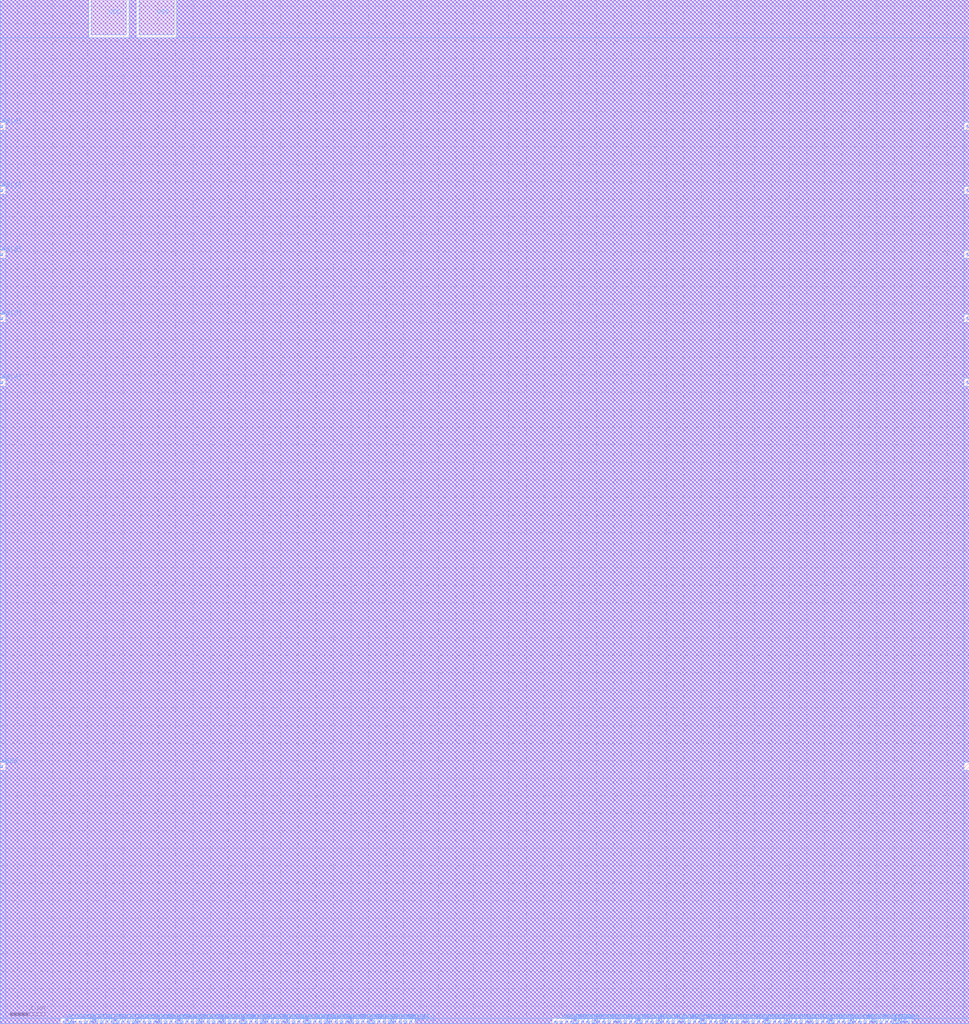
<source format=lef>
VERSION 5.5 ;
NAMESCASESENSITIVE ON ;
BUSBITCHARS "[]" ;
DIVIDERCHAR "/" ;

MACRO sram8t25x64
  CLASS BLOCK ;
  SOURCE USER ;
  ORIGIN 0 0 ;
  SIZE 55.264 BY 58.368 ;
  SYMMETRY X Y R90 ;

  PIN CE1
    DIRECTION INPUT ;
    USE SIGNAL ;
    PORT
      LAYER M2 ;
        RECT 51.680 0.000 51.832 0.152 ;
    END
    PORT
      LAYER M3 ;
        RECT 51.680 0.000 51.832 0.152 ;
    END
    PORT
      LAYER M4 ;
        RECT 51.680 0.000 51.832 0.152 ;
    END
    PORT
      LAYER M5 ;
        RECT 51.680 0.000 51.832 0.152 ;
    END
  END CE1

  PIN CSB1
    DIRECTION INPUT ;
    USE SIGNAL ;
    PORT
      LAYER M2 ;
        RECT 51.376 0.000 51.528 0.152 ;
    END
    PORT
      LAYER M3 ;
        RECT 51.376 0.000 51.528 0.152 ;
    END
    PORT
      LAYER M4 ;
        RECT 51.376 0.000 51.528 0.152 ;
    END
    PORT
      LAYER M5 ;
        RECT 51.376 0.000 51.528 0.152 ;
    END
  END CSB1

  PIN OEB1
    DIRECTION INPUT ;
    USE SIGNAL ;
    PORT
      LAYER M2 ;
        RECT 51.072 0.000 51.224 0.152 ;
    END
    PORT
      LAYER M3 ;
        RECT 51.072 0.000 51.224 0.152 ;
    END
    PORT
      LAYER M4 ;
        RECT 51.072 0.000 51.224 0.152 ;
    END
    PORT
      LAYER M5 ;
        RECT 51.072 0.000 51.224 0.152 ;
    END
  END OEB1

  PIN O1[3]
    DIRECTION OUTPUT ;
    USE SIGNAL ;
    PORT
      LAYER M2 ;
        RECT 50.768 0.000 50.920 0.152 ;
    END
    PORT
      LAYER M3 ;
        RECT 50.768 0.000 50.920 0.152 ;
    END
    PORT
      LAYER M4 ;
        RECT 50.768 0.000 50.920 0.152 ;
    END
    PORT
      LAYER M5 ;
        RECT 50.768 0.000 50.920 0.152 ;
    END
  END O1[3]

  PIN O1[2]
    DIRECTION OUTPUT ;
    USE SIGNAL ;
    PORT
      LAYER M2 ;
        RECT 50.464 0.000 50.616 0.152 ;
    END
    PORT
      LAYER M3 ;
        RECT 50.464 0.000 50.616 0.152 ;
    END
    PORT
      LAYER M4 ;
        RECT 50.464 0.000 50.616 0.152 ;
    END
    PORT
      LAYER M5 ;
        RECT 50.464 0.000 50.616 0.152 ;
    END
  END O1[2]

  PIN O1[1]
    DIRECTION OUTPUT ;
    USE SIGNAL ;
    PORT
      LAYER M2 ;
        RECT 50.160 0.000 50.312 0.152 ;
    END
    PORT
      LAYER M3 ;
        RECT 50.160 0.000 50.312 0.152 ;
    END
    PORT
      LAYER M4 ;
        RECT 50.160 0.000 50.312 0.152 ;
    END
    PORT
      LAYER M5 ;
        RECT 50.160 0.000 50.312 0.152 ;
    END
  END O1[1]

  PIN O1[0]
    DIRECTION OUTPUT ;
    USE SIGNAL ;
    PORT
      LAYER M2 ;
        RECT 49.856 0.000 50.008 0.152 ;
    END
    PORT
      LAYER M3 ;
        RECT 49.856 0.000 50.008 0.152 ;
    END
    PORT
      LAYER M4 ;
        RECT 49.856 0.000 50.008 0.152 ;
    END
    PORT
      LAYER M5 ;
        RECT 49.856 0.000 50.008 0.152 ;
    END
  END O1[0]

  PIN O1[7]
    DIRECTION OUTPUT ;
    USE SIGNAL ;
    PORT
      LAYER M2 ;
        RECT 49.552 0.000 49.704 0.152 ;
    END
    PORT
      LAYER M3 ;
        RECT 49.552 0.000 49.704 0.152 ;
    END
    PORT
      LAYER M4 ;
        RECT 49.552 0.000 49.704 0.152 ;
    END
    PORT
      LAYER M5 ;
        RECT 49.552 0.000 49.704 0.152 ;
    END
  END O1[7]

  PIN O1[6]
    DIRECTION OUTPUT ;
    USE SIGNAL ;
    PORT
      LAYER M2 ;
        RECT 49.248 0.000 49.400 0.152 ;
    END
    PORT
      LAYER M3 ;
        RECT 49.248 0.000 49.400 0.152 ;
    END
    PORT
      LAYER M4 ;
        RECT 49.248 0.000 49.400 0.152 ;
    END
    PORT
      LAYER M5 ;
        RECT 49.248 0.000 49.400 0.152 ;
    END
  END O1[6]

  PIN O1[5]
    DIRECTION OUTPUT ;
    USE SIGNAL ;
    PORT
      LAYER M2 ;
        RECT 48.944 0.000 49.096 0.152 ;
    END
    PORT
      LAYER M3 ;
        RECT 48.944 0.000 49.096 0.152 ;
    END
    PORT
      LAYER M4 ;
        RECT 48.944 0.000 49.096 0.152 ;
    END
    PORT
      LAYER M5 ;
        RECT 48.944 0.000 49.096 0.152 ;
    END
  END O1[5]

  PIN O1[4]
    DIRECTION OUTPUT ;
    USE SIGNAL ;
    PORT
      LAYER M2 ;
        RECT 48.640 0.000 48.792 0.152 ;
    END
    PORT
      LAYER M3 ;
        RECT 48.640 0.000 48.792 0.152 ;
    END
    PORT
      LAYER M4 ;
        RECT 48.640 0.000 48.792 0.152 ;
    END
    PORT
      LAYER M5 ;
        RECT 48.640 0.000 48.792 0.152 ;
    END
  END O1[4]

  PIN O1[11]
    DIRECTION OUTPUT ;
    USE SIGNAL ;
    PORT
      LAYER M2 ;
        RECT 48.336 0.000 48.488 0.152 ;
    END
    PORT
      LAYER M3 ;
        RECT 48.336 0.000 48.488 0.152 ;
    END
    PORT
      LAYER M4 ;
        RECT 48.336 0.000 48.488 0.152 ;
    END
    PORT
      LAYER M5 ;
        RECT 48.336 0.000 48.488 0.152 ;
    END
  END O1[11]

  PIN O1[10]
    DIRECTION OUTPUT ;
    USE SIGNAL ;
    PORT
      LAYER M2 ;
        RECT 48.032 0.000 48.184 0.152 ;
    END
    PORT
      LAYER M3 ;
        RECT 48.032 0.000 48.184 0.152 ;
    END
    PORT
      LAYER M4 ;
        RECT 48.032 0.000 48.184 0.152 ;
    END
    PORT
      LAYER M5 ;
        RECT 48.032 0.000 48.184 0.152 ;
    END
  END O1[10]

  PIN O1[9]
    DIRECTION OUTPUT ;
    USE SIGNAL ;
    PORT
      LAYER M2 ;
        RECT 47.728 0.000 47.880 0.152 ;
    END
    PORT
      LAYER M3 ;
        RECT 47.728 0.000 47.880 0.152 ;
    END
    PORT
      LAYER M4 ;
        RECT 47.728 0.000 47.880 0.152 ;
    END
    PORT
      LAYER M5 ;
        RECT 47.728 0.000 47.880 0.152 ;
    END
  END O1[9]

  PIN O1[8]
    DIRECTION OUTPUT ;
    USE SIGNAL ;
    PORT
      LAYER M2 ;
        RECT 47.424 0.000 47.576 0.152 ;
    END
    PORT
      LAYER M3 ;
        RECT 47.424 0.000 47.576 0.152 ;
    END
    PORT
      LAYER M4 ;
        RECT 47.424 0.000 47.576 0.152 ;
    END
    PORT
      LAYER M5 ;
        RECT 47.424 0.000 47.576 0.152 ;
    END
  END O1[8]

  PIN O1[15]
    DIRECTION OUTPUT ;
    USE SIGNAL ;
    PORT
      LAYER M2 ;
        RECT 47.120 0.000 47.272 0.152 ;
    END
    PORT
      LAYER M3 ;
        RECT 47.120 0.000 47.272 0.152 ;
    END
    PORT
      LAYER M4 ;
        RECT 47.120 0.000 47.272 0.152 ;
    END
    PORT
      LAYER M5 ;
        RECT 47.120 0.000 47.272 0.152 ;
    END
  END O1[15]

  PIN O1[14]
    DIRECTION OUTPUT ;
    USE SIGNAL ;
    PORT
      LAYER M2 ;
        RECT 46.816 0.000 46.968 0.152 ;
    END
    PORT
      LAYER M3 ;
        RECT 46.816 0.000 46.968 0.152 ;
    END
    PORT
      LAYER M4 ;
        RECT 46.816 0.000 46.968 0.152 ;
    END
    PORT
      LAYER M5 ;
        RECT 46.816 0.000 46.968 0.152 ;
    END
  END O1[14]

  PIN O1[13]
    DIRECTION OUTPUT ;
    USE SIGNAL ;
    PORT
      LAYER M2 ;
        RECT 46.512 0.000 46.664 0.152 ;
    END
    PORT
      LAYER M3 ;
        RECT 46.512 0.000 46.664 0.152 ;
    END
    PORT
      LAYER M4 ;
        RECT 46.512 0.000 46.664 0.152 ;
    END
    PORT
      LAYER M5 ;
        RECT 46.512 0.000 46.664 0.152 ;
    END
  END O1[13]

  PIN O1[12]
    DIRECTION OUTPUT ;
    USE SIGNAL ;
    PORT
      LAYER M2 ;
        RECT 46.208 0.000 46.360 0.152 ;
    END
    PORT
      LAYER M3 ;
        RECT 46.208 0.000 46.360 0.152 ;
    END
    PORT
      LAYER M4 ;
        RECT 46.208 0.000 46.360 0.152 ;
    END
    PORT
      LAYER M5 ;
        RECT 46.208 0.000 46.360 0.152 ;
    END
  END O1[12]

  PIN O1[19]
    DIRECTION OUTPUT ;
    USE SIGNAL ;
    PORT
      LAYER M2 ;
        RECT 45.904 0.000 46.056 0.152 ;
    END
    PORT
      LAYER M3 ;
        RECT 45.904 0.000 46.056 0.152 ;
    END
    PORT
      LAYER M4 ;
        RECT 45.904 0.000 46.056 0.152 ;
    END
    PORT
      LAYER M5 ;
        RECT 45.904 0.000 46.056 0.152 ;
    END
  END O1[19]

  PIN O1[18]
    DIRECTION OUTPUT ;
    USE SIGNAL ;
    PORT
      LAYER M2 ;
        RECT 45.600 0.000 45.752 0.152 ;
    END
    PORT
      LAYER M3 ;
        RECT 45.600 0.000 45.752 0.152 ;
    END
    PORT
      LAYER M4 ;
        RECT 45.600 0.000 45.752 0.152 ;
    END
    PORT
      LAYER M5 ;
        RECT 45.600 0.000 45.752 0.152 ;
    END
  END O1[18]

  PIN O1[17]
    DIRECTION OUTPUT ;
    USE SIGNAL ;
    PORT
      LAYER M2 ;
        RECT 45.296 0.000 45.448 0.152 ;
    END
    PORT
      LAYER M3 ;
        RECT 45.296 0.000 45.448 0.152 ;
    END
    PORT
      LAYER M4 ;
        RECT 45.296 0.000 45.448 0.152 ;
    END
    PORT
      LAYER M5 ;
        RECT 45.296 0.000 45.448 0.152 ;
    END
  END O1[17]

  PIN O1[16]
    DIRECTION OUTPUT ;
    USE SIGNAL ;
    PORT
      LAYER M2 ;
        RECT 44.992 0.000 45.144 0.152 ;
    END
    PORT
      LAYER M3 ;
        RECT 44.992 0.000 45.144 0.152 ;
    END
    PORT
      LAYER M4 ;
        RECT 44.992 0.000 45.144 0.152 ;
    END
    PORT
      LAYER M5 ;
        RECT 44.992 0.000 45.144 0.152 ;
    END
  END O1[16]

  PIN O1[23]
    DIRECTION OUTPUT ;
    USE SIGNAL ;
    PORT
      LAYER M2 ;
        RECT 44.688 0.000 44.840 0.152 ;
    END
    PORT
      LAYER M3 ;
        RECT 44.688 0.000 44.840 0.152 ;
    END
    PORT
      LAYER M4 ;
        RECT 44.688 0.000 44.840 0.152 ;
    END
    PORT
      LAYER M5 ;
        RECT 44.688 0.000 44.840 0.152 ;
    END
  END O1[23]

  PIN O1[22]
    DIRECTION OUTPUT ;
    USE SIGNAL ;
    PORT
      LAYER M2 ;
        RECT 44.384 0.000 44.536 0.152 ;
    END
    PORT
      LAYER M3 ;
        RECT 44.384 0.000 44.536 0.152 ;
    END
    PORT
      LAYER M4 ;
        RECT 44.384 0.000 44.536 0.152 ;
    END
    PORT
      LAYER M5 ;
        RECT 44.384 0.000 44.536 0.152 ;
    END
  END O1[22]

  PIN O1[21]
    DIRECTION OUTPUT ;
    USE SIGNAL ;
    PORT
      LAYER M2 ;
        RECT 44.080 0.000 44.232 0.152 ;
    END
    PORT
      LAYER M3 ;
        RECT 44.080 0.000 44.232 0.152 ;
    END
    PORT
      LAYER M4 ;
        RECT 44.080 0.000 44.232 0.152 ;
    END
    PORT
      LAYER M5 ;
        RECT 44.080 0.000 44.232 0.152 ;
    END
  END O1[21]

  PIN O1[20]
    DIRECTION OUTPUT ;
    USE SIGNAL ;
    PORT
      LAYER M2 ;
        RECT 43.776 0.000 43.928 0.152 ;
    END
    PORT
      LAYER M3 ;
        RECT 43.776 0.000 43.928 0.152 ;
    END
    PORT
      LAYER M4 ;
        RECT 43.776 0.000 43.928 0.152 ;
    END
    PORT
      LAYER M5 ;
        RECT 43.776 0.000 43.928 0.152 ;
    END
  END O1[20]

  PIN O1[27]
    DIRECTION OUTPUT ;
    USE SIGNAL ;
    PORT
      LAYER M2 ;
        RECT 43.472 0.000 43.624 0.152 ;
    END
    PORT
      LAYER M3 ;
        RECT 43.472 0.000 43.624 0.152 ;
    END
    PORT
      LAYER M4 ;
        RECT 43.472 0.000 43.624 0.152 ;
    END
    PORT
      LAYER M5 ;
        RECT 43.472 0.000 43.624 0.152 ;
    END
  END O1[27]

  PIN O1[26]
    DIRECTION OUTPUT ;
    USE SIGNAL ;
    PORT
      LAYER M2 ;
        RECT 43.168 0.000 43.320 0.152 ;
    END
    PORT
      LAYER M3 ;
        RECT 43.168 0.000 43.320 0.152 ;
    END
    PORT
      LAYER M4 ;
        RECT 43.168 0.000 43.320 0.152 ;
    END
    PORT
      LAYER M5 ;
        RECT 43.168 0.000 43.320 0.152 ;
    END
  END O1[26]

  PIN O1[25]
    DIRECTION OUTPUT ;
    USE SIGNAL ;
    PORT
      LAYER M2 ;
        RECT 42.864 0.000 43.016 0.152 ;
    END
    PORT
      LAYER M3 ;
        RECT 42.864 0.000 43.016 0.152 ;
    END
    PORT
      LAYER M4 ;
        RECT 42.864 0.000 43.016 0.152 ;
    END
    PORT
      LAYER M5 ;
        RECT 42.864 0.000 43.016 0.152 ;
    END
  END O1[25]

  PIN O1[24]
    DIRECTION OUTPUT ;
    USE SIGNAL ;
    PORT
      LAYER M2 ;
        RECT 42.560 0.000 42.712 0.152 ;
    END
    PORT
      LAYER M3 ;
        RECT 42.560 0.000 42.712 0.152 ;
    END
    PORT
      LAYER M4 ;
        RECT 42.560 0.000 42.712 0.152 ;
    END
    PORT
      LAYER M5 ;
        RECT 42.560 0.000 42.712 0.152 ;
    END
  END O1[24]

  PIN O1[31]
    DIRECTION OUTPUT ;
    USE SIGNAL ;
    PORT
      LAYER M2 ;
        RECT 42.256 0.000 42.408 0.152 ;
    END
    PORT
      LAYER M3 ;
        RECT 42.256 0.000 42.408 0.152 ;
    END
    PORT
      LAYER M4 ;
        RECT 42.256 0.000 42.408 0.152 ;
    END
    PORT
      LAYER M5 ;
        RECT 42.256 0.000 42.408 0.152 ;
    END
  END O1[31]

  PIN O1[30]
    DIRECTION OUTPUT ;
    USE SIGNAL ;
    PORT
      LAYER M2 ;
        RECT 41.952 0.000 42.104 0.152 ;
    END
    PORT
      LAYER M3 ;
        RECT 41.952 0.000 42.104 0.152 ;
    END
    PORT
      LAYER M4 ;
        RECT 41.952 0.000 42.104 0.152 ;
    END
    PORT
      LAYER M5 ;
        RECT 41.952 0.000 42.104 0.152 ;
    END
  END O1[30]

  PIN O1[29]
    DIRECTION OUTPUT ;
    USE SIGNAL ;
    PORT
      LAYER M2 ;
        RECT 41.648 0.000 41.800 0.152 ;
    END
    PORT
      LAYER M3 ;
        RECT 41.648 0.000 41.800 0.152 ;
    END
    PORT
      LAYER M4 ;
        RECT 41.648 0.000 41.800 0.152 ;
    END
    PORT
      LAYER M5 ;
        RECT 41.648 0.000 41.800 0.152 ;
    END
  END O1[29]

  PIN O1[28]
    DIRECTION OUTPUT ;
    USE SIGNAL ;
    PORT
      LAYER M2 ;
        RECT 41.344 0.000 41.496 0.152 ;
    END
    PORT
      LAYER M3 ;
        RECT 41.344 0.000 41.496 0.152 ;
    END
    PORT
      LAYER M4 ;
        RECT 41.344 0.000 41.496 0.152 ;
    END
    PORT
      LAYER M5 ;
        RECT 41.344 0.000 41.496 0.152 ;
    END
  END O1[28]

  PIN O1[35]
    DIRECTION OUTPUT ;
    USE SIGNAL ;
    PORT
      LAYER M2 ;
        RECT 41.040 0.000 41.192 0.152 ;
    END
    PORT
      LAYER M3 ;
        RECT 41.040 0.000 41.192 0.152 ;
    END
    PORT
      LAYER M4 ;
        RECT 41.040 0.000 41.192 0.152 ;
    END
    PORT
      LAYER M5 ;
        RECT 41.040 0.000 41.192 0.152 ;
    END
  END O1[35]

  PIN O1[34]
    DIRECTION OUTPUT ;
    USE SIGNAL ;
    PORT
      LAYER M2 ;
        RECT 40.736 0.000 40.888 0.152 ;
    END
    PORT
      LAYER M3 ;
        RECT 40.736 0.000 40.888 0.152 ;
    END
    PORT
      LAYER M4 ;
        RECT 40.736 0.000 40.888 0.152 ;
    END
    PORT
      LAYER M5 ;
        RECT 40.736 0.000 40.888 0.152 ;
    END
  END O1[34]

  PIN O1[33]
    DIRECTION OUTPUT ;
    USE SIGNAL ;
    PORT
      LAYER M2 ;
        RECT 40.432 0.000 40.584 0.152 ;
    END
    PORT
      LAYER M3 ;
        RECT 40.432 0.000 40.584 0.152 ;
    END
    PORT
      LAYER M4 ;
        RECT 40.432 0.000 40.584 0.152 ;
    END
    PORT
      LAYER M5 ;
        RECT 40.432 0.000 40.584 0.152 ;
    END
  END O1[33]

  PIN O1[32]
    DIRECTION OUTPUT ;
    USE SIGNAL ;
    PORT
      LAYER M2 ;
        RECT 40.128 0.000 40.280 0.152 ;
    END
    PORT
      LAYER M3 ;
        RECT 40.128 0.000 40.280 0.152 ;
    END
    PORT
      LAYER M4 ;
        RECT 40.128 0.000 40.280 0.152 ;
    END
    PORT
      LAYER M5 ;
        RECT 40.128 0.000 40.280 0.152 ;
    END
  END O1[32]

  PIN O1[39]
    DIRECTION OUTPUT ;
    USE SIGNAL ;
    PORT
      LAYER M2 ;
        RECT 39.824 0.000 39.976 0.152 ;
    END
    PORT
      LAYER M3 ;
        RECT 39.824 0.000 39.976 0.152 ;
    END
    PORT
      LAYER M4 ;
        RECT 39.824 0.000 39.976 0.152 ;
    END
    PORT
      LAYER M5 ;
        RECT 39.824 0.000 39.976 0.152 ;
    END
  END O1[39]

  PIN O1[38]
    DIRECTION OUTPUT ;
    USE SIGNAL ;
    PORT
      LAYER M2 ;
        RECT 39.520 0.000 39.672 0.152 ;
    END
    PORT
      LAYER M3 ;
        RECT 39.520 0.000 39.672 0.152 ;
    END
    PORT
      LAYER M4 ;
        RECT 39.520 0.000 39.672 0.152 ;
    END
    PORT
      LAYER M5 ;
        RECT 39.520 0.000 39.672 0.152 ;
    END
  END O1[38]

  PIN O1[37]
    DIRECTION OUTPUT ;
    USE SIGNAL ;
    PORT
      LAYER M2 ;
        RECT 39.216 0.000 39.368 0.152 ;
    END
    PORT
      LAYER M3 ;
        RECT 39.216 0.000 39.368 0.152 ;
    END
    PORT
      LAYER M4 ;
        RECT 39.216 0.000 39.368 0.152 ;
    END
    PORT
      LAYER M5 ;
        RECT 39.216 0.000 39.368 0.152 ;
    END
  END O1[37]

  PIN O1[36]
    DIRECTION OUTPUT ;
    USE SIGNAL ;
    PORT
      LAYER M2 ;
        RECT 38.912 0.000 39.064 0.152 ;
    END
    PORT
      LAYER M3 ;
        RECT 38.912 0.000 39.064 0.152 ;
    END
    PORT
      LAYER M4 ;
        RECT 38.912 0.000 39.064 0.152 ;
    END
    PORT
      LAYER M5 ;
        RECT 38.912 0.000 39.064 0.152 ;
    END
  END O1[36]

  PIN O1[43]
    DIRECTION OUTPUT ;
    USE SIGNAL ;
    PORT
      LAYER M2 ;
        RECT 38.608 0.000 38.760 0.152 ;
    END
    PORT
      LAYER M3 ;
        RECT 38.608 0.000 38.760 0.152 ;
    END
    PORT
      LAYER M4 ;
        RECT 38.608 0.000 38.760 0.152 ;
    END
    PORT
      LAYER M5 ;
        RECT 38.608 0.000 38.760 0.152 ;
    END
  END O1[43]

  PIN O1[42]
    DIRECTION OUTPUT ;
    USE SIGNAL ;
    PORT
      LAYER M2 ;
        RECT 38.304 0.000 38.456 0.152 ;
    END
    PORT
      LAYER M3 ;
        RECT 38.304 0.000 38.456 0.152 ;
    END
    PORT
      LAYER M4 ;
        RECT 38.304 0.000 38.456 0.152 ;
    END
    PORT
      LAYER M5 ;
        RECT 38.304 0.000 38.456 0.152 ;
    END
  END O1[42]

  PIN O1[41]
    DIRECTION OUTPUT ;
    USE SIGNAL ;
    PORT
      LAYER M2 ;
        RECT 38.000 0.000 38.152 0.152 ;
    END
    PORT
      LAYER M3 ;
        RECT 38.000 0.000 38.152 0.152 ;
    END
    PORT
      LAYER M4 ;
        RECT 38.000 0.000 38.152 0.152 ;
    END
    PORT
      LAYER M5 ;
        RECT 38.000 0.000 38.152 0.152 ;
    END
  END O1[41]

  PIN O1[40]
    DIRECTION OUTPUT ;
    USE SIGNAL ;
    PORT
      LAYER M2 ;
        RECT 37.696 0.000 37.848 0.152 ;
    END
    PORT
      LAYER M3 ;
        RECT 37.696 0.000 37.848 0.152 ;
    END
    PORT
      LAYER M4 ;
        RECT 37.696 0.000 37.848 0.152 ;
    END
    PORT
      LAYER M5 ;
        RECT 37.696 0.000 37.848 0.152 ;
    END
  END O1[40]

  PIN O1[47]
    DIRECTION OUTPUT ;
    USE SIGNAL ;
    PORT
      LAYER M2 ;
        RECT 37.392 0.000 37.544 0.152 ;
    END
    PORT
      LAYER M3 ;
        RECT 37.392 0.000 37.544 0.152 ;
    END
    PORT
      LAYER M4 ;
        RECT 37.392 0.000 37.544 0.152 ;
    END
    PORT
      LAYER M5 ;
        RECT 37.392 0.000 37.544 0.152 ;
    END
  END O1[47]

  PIN O1[46]
    DIRECTION OUTPUT ;
    USE SIGNAL ;
    PORT
      LAYER M2 ;
        RECT 37.088 0.000 37.240 0.152 ;
    END
    PORT
      LAYER M3 ;
        RECT 37.088 0.000 37.240 0.152 ;
    END
    PORT
      LAYER M4 ;
        RECT 37.088 0.000 37.240 0.152 ;
    END
    PORT
      LAYER M5 ;
        RECT 37.088 0.000 37.240 0.152 ;
    END
  END O1[46]

  PIN O1[45]
    DIRECTION OUTPUT ;
    USE SIGNAL ;
    PORT
      LAYER M2 ;
        RECT 36.784 0.000 36.936 0.152 ;
    END
    PORT
      LAYER M3 ;
        RECT 36.784 0.000 36.936 0.152 ;
    END
    PORT
      LAYER M4 ;
        RECT 36.784 0.000 36.936 0.152 ;
    END
    PORT
      LAYER M5 ;
        RECT 36.784 0.000 36.936 0.152 ;
    END
  END O1[45]

  PIN O1[44]
    DIRECTION OUTPUT ;
    USE SIGNAL ;
    PORT
      LAYER M2 ;
        RECT 36.480 0.000 36.632 0.152 ;
    END
    PORT
      LAYER M3 ;
        RECT 36.480 0.000 36.632 0.152 ;
    END
    PORT
      LAYER M4 ;
        RECT 36.480 0.000 36.632 0.152 ;
    END
    PORT
      LAYER M5 ;
        RECT 36.480 0.000 36.632 0.152 ;
    END
  END O1[44]

  PIN O1[51]
    DIRECTION OUTPUT ;
    USE SIGNAL ;
    PORT
      LAYER M2 ;
        RECT 36.176 0.000 36.328 0.152 ;
    END
    PORT
      LAYER M3 ;
        RECT 36.176 0.000 36.328 0.152 ;
    END
    PORT
      LAYER M4 ;
        RECT 36.176 0.000 36.328 0.152 ;
    END
    PORT
      LAYER M5 ;
        RECT 36.176 0.000 36.328 0.152 ;
    END
  END O1[51]

  PIN O1[50]
    DIRECTION OUTPUT ;
    USE SIGNAL ;
    PORT
      LAYER M2 ;
        RECT 35.872 0.000 36.024 0.152 ;
    END
    PORT
      LAYER M3 ;
        RECT 35.872 0.000 36.024 0.152 ;
    END
    PORT
      LAYER M4 ;
        RECT 35.872 0.000 36.024 0.152 ;
    END
    PORT
      LAYER M5 ;
        RECT 35.872 0.000 36.024 0.152 ;
    END
  END O1[50]

  PIN O1[49]
    DIRECTION OUTPUT ;
    USE SIGNAL ;
    PORT
      LAYER M2 ;
        RECT 35.568 0.000 35.720 0.152 ;
    END
    PORT
      LAYER M3 ;
        RECT 35.568 0.000 35.720 0.152 ;
    END
    PORT
      LAYER M4 ;
        RECT 35.568 0.000 35.720 0.152 ;
    END
    PORT
      LAYER M5 ;
        RECT 35.568 0.000 35.720 0.152 ;
    END
  END O1[49]

  PIN O1[48]
    DIRECTION OUTPUT ;
    USE SIGNAL ;
    PORT
      LAYER M2 ;
        RECT 35.264 0.000 35.416 0.152 ;
    END
    PORT
      LAYER M3 ;
        RECT 35.264 0.000 35.416 0.152 ;
    END
    PORT
      LAYER M4 ;
        RECT 35.264 0.000 35.416 0.152 ;
    END
    PORT
      LAYER M5 ;
        RECT 35.264 0.000 35.416 0.152 ;
    END
  END O1[48]

  PIN O1[55]
    DIRECTION OUTPUT ;
    USE SIGNAL ;
    PORT
      LAYER M2 ;
        RECT 34.960 0.000 35.112 0.152 ;
    END
    PORT
      LAYER M3 ;
        RECT 34.960 0.000 35.112 0.152 ;
    END
    PORT
      LAYER M4 ;
        RECT 34.960 0.000 35.112 0.152 ;
    END
    PORT
      LAYER M5 ;
        RECT 34.960 0.000 35.112 0.152 ;
    END
  END O1[55]

  PIN O1[54]
    DIRECTION OUTPUT ;
    USE SIGNAL ;
    PORT
      LAYER M2 ;
        RECT 34.656 0.000 34.808 0.152 ;
    END
    PORT
      LAYER M3 ;
        RECT 34.656 0.000 34.808 0.152 ;
    END
    PORT
      LAYER M4 ;
        RECT 34.656 0.000 34.808 0.152 ;
    END
    PORT
      LAYER M5 ;
        RECT 34.656 0.000 34.808 0.152 ;
    END
  END O1[54]

  PIN O1[53]
    DIRECTION OUTPUT ;
    USE SIGNAL ;
    PORT
      LAYER M2 ;
        RECT 34.352 0.000 34.504 0.152 ;
    END
    PORT
      LAYER M3 ;
        RECT 34.352 0.000 34.504 0.152 ;
    END
    PORT
      LAYER M4 ;
        RECT 34.352 0.000 34.504 0.152 ;
    END
    PORT
      LAYER M5 ;
        RECT 34.352 0.000 34.504 0.152 ;
    END
  END O1[53]

  PIN O1[52]
    DIRECTION OUTPUT ;
    USE SIGNAL ;
    PORT
      LAYER M2 ;
        RECT 34.048 0.000 34.200 0.152 ;
    END
    PORT
      LAYER M3 ;
        RECT 34.048 0.000 34.200 0.152 ;
    END
    PORT
      LAYER M4 ;
        RECT 34.048 0.000 34.200 0.152 ;
    END
    PORT
      LAYER M5 ;
        RECT 34.048 0.000 34.200 0.152 ;
    END
  END O1[52]

  PIN O1[59]
    DIRECTION OUTPUT ;
    USE SIGNAL ;
    PORT
      LAYER M2 ;
        RECT 33.744 0.000 33.896 0.152 ;
    END
    PORT
      LAYER M3 ;
        RECT 33.744 0.000 33.896 0.152 ;
    END
    PORT
      LAYER M4 ;
        RECT 33.744 0.000 33.896 0.152 ;
    END
    PORT
      LAYER M5 ;
        RECT 33.744 0.000 33.896 0.152 ;
    END
  END O1[59]

  PIN O1[58]
    DIRECTION OUTPUT ;
    USE SIGNAL ;
    PORT
      LAYER M2 ;
        RECT 33.440 0.000 33.592 0.152 ;
    END
    PORT
      LAYER M3 ;
        RECT 33.440 0.000 33.592 0.152 ;
    END
    PORT
      LAYER M4 ;
        RECT 33.440 0.000 33.592 0.152 ;
    END
    PORT
      LAYER M5 ;
        RECT 33.440 0.000 33.592 0.152 ;
    END
  END O1[58]

  PIN O1[57]
    DIRECTION OUTPUT ;
    USE SIGNAL ;
    PORT
      LAYER M2 ;
        RECT 33.136 0.000 33.288 0.152 ;
    END
    PORT
      LAYER M3 ;
        RECT 33.136 0.000 33.288 0.152 ;
    END
    PORT
      LAYER M4 ;
        RECT 33.136 0.000 33.288 0.152 ;
    END
    PORT
      LAYER M5 ;
        RECT 33.136 0.000 33.288 0.152 ;
    END
  END O1[57]

  PIN O1[56]
    DIRECTION OUTPUT ;
    USE SIGNAL ;
    PORT
      LAYER M2 ;
        RECT 32.832 0.000 32.984 0.152 ;
    END
    PORT
      LAYER M3 ;
        RECT 32.832 0.000 32.984 0.152 ;
    END
    PORT
      LAYER M4 ;
        RECT 32.832 0.000 32.984 0.152 ;
    END
    PORT
      LAYER M5 ;
        RECT 32.832 0.000 32.984 0.152 ;
    END
  END O1[56]

  PIN O1[63]
    DIRECTION OUTPUT ;
    USE SIGNAL ;
    PORT
      LAYER M2 ;
        RECT 32.528 0.000 32.680 0.152 ;
    END
    PORT
      LAYER M3 ;
        RECT 32.528 0.000 32.680 0.152 ;
    END
    PORT
      LAYER M4 ;
        RECT 32.528 0.000 32.680 0.152 ;
    END
    PORT
      LAYER M5 ;
        RECT 32.528 0.000 32.680 0.152 ;
    END
  END O1[63]

  PIN O1[62]
    DIRECTION OUTPUT ;
    USE SIGNAL ;
    PORT
      LAYER M2 ;
        RECT 32.224 0.000 32.376 0.152 ;
    END
    PORT
      LAYER M3 ;
        RECT 32.224 0.000 32.376 0.152 ;
    END
    PORT
      LAYER M4 ;
        RECT 32.224 0.000 32.376 0.152 ;
    END
    PORT
      LAYER M5 ;
        RECT 32.224 0.000 32.376 0.152 ;
    END
  END O1[62]

  PIN O1[61]
    DIRECTION OUTPUT ;
    USE SIGNAL ;
    PORT
      LAYER M2 ;
        RECT 31.920 0.000 32.072 0.152 ;
    END
    PORT
      LAYER M3 ;
        RECT 31.920 0.000 32.072 0.152 ;
    END
    PORT
      LAYER M4 ;
        RECT 31.920 0.000 32.072 0.152 ;
    END
    PORT
      LAYER M5 ;
        RECT 31.920 0.000 32.072 0.152 ;
    END
  END O1[61]

  PIN O1[60]
    DIRECTION OUTPUT ;
    USE SIGNAL ;
    PORT
      LAYER M2 ;
        RECT 31.616 0.000 31.768 0.152 ;
    END
    PORT
      LAYER M3 ;
        RECT 31.616 0.000 31.768 0.152 ;
    END
    PORT
      LAYER M4 ;
        RECT 31.616 0.000 31.768 0.152 ;
    END
    PORT
      LAYER M5 ;
        RECT 31.616 0.000 31.768 0.152 ;
    END
  END O1[60]

  PIN A1[0]
    DIRECTION INPUT ;
    USE SIGNAL ;
    PORT
      LAYER M2 ;
        RECT 55.112 51.072 55.264 51.224 ;
    END
    PORT
      LAYER M3 ;
        RECT 55.112 51.072 55.264 51.224 ;
    END
    PORT
      LAYER M4 ;
        RECT 55.112 51.072 55.264 51.224 ;
    END
    PORT
      LAYER M5 ;
        RECT 55.112 51.072 55.264 51.224 ;
    END
  END A1[0]

  PIN A1[1]
    DIRECTION INPUT ;
    USE SIGNAL ;
    PORT
      LAYER M2 ;
        RECT 55.112 47.424 55.264 47.576 ;
    END
    PORT
      LAYER M3 ;
        RECT 55.112 47.424 55.264 47.576 ;
    END
    PORT
      LAYER M4 ;
        RECT 55.112 47.424 55.264 47.576 ;
    END
    PORT
      LAYER M5 ;
        RECT 55.112 47.424 55.264 47.576 ;
    END
  END A1[1]

  PIN A1[2]
    DIRECTION INPUT ;
    USE SIGNAL ;
    PORT
      LAYER M2 ;
        RECT 55.112 43.776 55.264 43.928 ;
    END
    PORT
      LAYER M3 ;
        RECT 55.112 43.776 55.264 43.928 ;
    END
    PORT
      LAYER M4 ;
        RECT 55.112 43.776 55.264 43.928 ;
    END
    PORT
      LAYER M5 ;
        RECT 55.112 43.776 55.264 43.928 ;
    END
  END A1[2]

  PIN A1[3]
    DIRECTION INPUT ;
    USE SIGNAL ;
    PORT
      LAYER M2 ;
        RECT 55.112 40.128 55.264 40.280 ;
    END
    PORT
      LAYER M3 ;
        RECT 55.112 40.128 55.264 40.280 ;
    END
    PORT
      LAYER M4 ;
        RECT 55.112 40.128 55.264 40.280 ;
    END
    PORT
      LAYER M5 ;
        RECT 55.112 40.128 55.264 40.280 ;
    END
  END A1[3]

  PIN A1[4]
    DIRECTION INPUT ;
    USE SIGNAL ;
    PORT
      LAYER M2 ;
        RECT 55.112 36.480 55.264 36.632 ;
    END
    PORT
      LAYER M3 ;
        RECT 55.112 36.480 55.264 36.632 ;
    END
    PORT
      LAYER M4 ;
        RECT 55.112 36.480 55.264 36.632 ;
    END
    PORT
      LAYER M5 ;
        RECT 55.112 36.480 55.264 36.632 ;
    END
  END A1[4]

  PIN CE2
    DIRECTION INPUT ;
    USE SIGNAL ;
    PORT
      LAYER M2 ;
        RECT 3.584 0.000 3.736 0.152 ;
    END
    PORT
      LAYER M3 ;
        RECT 3.584 0.000 3.736 0.152 ;
    END
    PORT
      LAYER M4 ;
        RECT 3.584 0.000 3.736 0.152 ;
    END
    PORT
      LAYER M5 ;
        RECT 3.584 0.000 3.736 0.152 ;
    END
  END CE2

  PIN CSB2
    DIRECTION INPUT ;
    USE SIGNAL ;
    PORT
      LAYER M2 ;
        RECT 3.888 0.000 4.040 0.152 ;
    END
    PORT
      LAYER M3 ;
        RECT 3.888 0.000 4.040 0.152 ;
    END
    PORT
      LAYER M4 ;
        RECT 3.888 0.000 4.040 0.152 ;
    END
    PORT
      LAYER M5 ;
        RECT 3.888 0.000 4.040 0.152 ;
    END
  END CSB2

  PIN I2[0]
    DIRECTION INPUT ;
    USE SIGNAL ;
    PORT
      LAYER M2 ;
        RECT 4.192 0.000 4.344 0.152 ;
    END
    PORT
      LAYER M3 ;
        RECT 4.192 0.000 4.344 0.152 ;
    END
    PORT
      LAYER M4 ;
        RECT 4.192 0.000 4.344 0.152 ;
    END
    PORT
      LAYER M5 ;
        RECT 4.192 0.000 4.344 0.152 ;
    END
  END I2[0]

  PIN I2[1]
    DIRECTION INPUT ;
    USE SIGNAL ;
    PORT
      LAYER M2 ;
        RECT 4.496 0.000 4.648 0.152 ;
    END
    PORT
      LAYER M3 ;
        RECT 4.496 0.000 4.648 0.152 ;
    END
    PORT
      LAYER M4 ;
        RECT 4.496 0.000 4.648 0.152 ;
    END
    PORT
      LAYER M5 ;
        RECT 4.496 0.000 4.648 0.152 ;
    END
  END I2[1]

  PIN I2[2]
    DIRECTION INPUT ;
    USE SIGNAL ;
    PORT
      LAYER M2 ;
        RECT 4.800 0.000 4.952 0.152 ;
    END
    PORT
      LAYER M3 ;
        RECT 4.800 0.000 4.952 0.152 ;
    END
    PORT
      LAYER M4 ;
        RECT 4.800 0.000 4.952 0.152 ;
    END
    PORT
      LAYER M5 ;
        RECT 4.800 0.000 4.952 0.152 ;
    END
  END I2[2]

  PIN I2[3]
    DIRECTION INPUT ;
    USE SIGNAL ;
    PORT
      LAYER M2 ;
        RECT 5.104 0.000 5.256 0.152 ;
    END
    PORT
      LAYER M3 ;
        RECT 5.104 0.000 5.256 0.152 ;
    END
    PORT
      LAYER M4 ;
        RECT 5.104 0.000 5.256 0.152 ;
    END
    PORT
      LAYER M5 ;
        RECT 5.104 0.000 5.256 0.152 ;
    END
  END I2[3]

  PIN I2[4]
    DIRECTION INPUT ;
    USE SIGNAL ;
    PORT
      LAYER M2 ;
        RECT 5.408 0.000 5.560 0.152 ;
    END
    PORT
      LAYER M3 ;
        RECT 5.408 0.000 5.560 0.152 ;
    END
    PORT
      LAYER M4 ;
        RECT 5.408 0.000 5.560 0.152 ;
    END
    PORT
      LAYER M5 ;
        RECT 5.408 0.000 5.560 0.152 ;
    END
  END I2[4]

  PIN I2[5]
    DIRECTION INPUT ;
    USE SIGNAL ;
    PORT
      LAYER M2 ;
        RECT 5.712 0.000 5.864 0.152 ;
    END
    PORT
      LAYER M3 ;
        RECT 5.712 0.000 5.864 0.152 ;
    END
    PORT
      LAYER M4 ;
        RECT 5.712 0.000 5.864 0.152 ;
    END
    PORT
      LAYER M5 ;
        RECT 5.712 0.000 5.864 0.152 ;
    END
  END I2[5]

  PIN I2[6]
    DIRECTION INPUT ;
    USE SIGNAL ;
    PORT
      LAYER M2 ;
        RECT 6.016 0.000 6.168 0.152 ;
    END
    PORT
      LAYER M3 ;
        RECT 6.016 0.000 6.168 0.152 ;
    END
    PORT
      LAYER M4 ;
        RECT 6.016 0.000 6.168 0.152 ;
    END
    PORT
      LAYER M5 ;
        RECT 6.016 0.000 6.168 0.152 ;
    END
  END I2[6]

  PIN I2[7]
    DIRECTION INPUT ;
    USE SIGNAL ;
    PORT
      LAYER M2 ;
        RECT 6.320 0.000 6.472 0.152 ;
    END
    PORT
      LAYER M3 ;
        RECT 6.320 0.000 6.472 0.152 ;
    END
    PORT
      LAYER M4 ;
        RECT 6.320 0.000 6.472 0.152 ;
    END
    PORT
      LAYER M5 ;
        RECT 6.320 0.000 6.472 0.152 ;
    END
  END I2[7]

  PIN I2[8]
    DIRECTION INPUT ;
    USE SIGNAL ;
    PORT
      LAYER M2 ;
        RECT 6.624 0.000 6.776 0.152 ;
    END
    PORT
      LAYER M3 ;
        RECT 6.624 0.000 6.776 0.152 ;
    END
    PORT
      LAYER M4 ;
        RECT 6.624 0.000 6.776 0.152 ;
    END
    PORT
      LAYER M5 ;
        RECT 6.624 0.000 6.776 0.152 ;
    END
  END I2[8]

  PIN I2[9]
    DIRECTION INPUT ;
    USE SIGNAL ;
    PORT
      LAYER M2 ;
        RECT 6.928 0.000 7.080 0.152 ;
    END
    PORT
      LAYER M3 ;
        RECT 6.928 0.000 7.080 0.152 ;
    END
    PORT
      LAYER M4 ;
        RECT 6.928 0.000 7.080 0.152 ;
    END
    PORT
      LAYER M5 ;
        RECT 6.928 0.000 7.080 0.152 ;
    END
  END I2[9]

  PIN I2[10]
    DIRECTION INPUT ;
    USE SIGNAL ;
    PORT
      LAYER M2 ;
        RECT 7.232 0.000 7.384 0.152 ;
    END
    PORT
      LAYER M3 ;
        RECT 7.232 0.000 7.384 0.152 ;
    END
    PORT
      LAYER M4 ;
        RECT 7.232 0.000 7.384 0.152 ;
    END
    PORT
      LAYER M5 ;
        RECT 7.232 0.000 7.384 0.152 ;
    END
  END I2[10]

  PIN I2[11]
    DIRECTION INPUT ;
    USE SIGNAL ;
    PORT
      LAYER M2 ;
        RECT 7.536 0.000 7.688 0.152 ;
    END
    PORT
      LAYER M3 ;
        RECT 7.536 0.000 7.688 0.152 ;
    END
    PORT
      LAYER M4 ;
        RECT 7.536 0.000 7.688 0.152 ;
    END
    PORT
      LAYER M5 ;
        RECT 7.536 0.000 7.688 0.152 ;
    END
  END I2[11]

  PIN I2[12]
    DIRECTION INPUT ;
    USE SIGNAL ;
    PORT
      LAYER M2 ;
        RECT 7.840 0.000 7.992 0.152 ;
    END
    PORT
      LAYER M3 ;
        RECT 7.840 0.000 7.992 0.152 ;
    END
    PORT
      LAYER M4 ;
        RECT 7.840 0.000 7.992 0.152 ;
    END
    PORT
      LAYER M5 ;
        RECT 7.840 0.000 7.992 0.152 ;
    END
  END I2[12]

  PIN I2[13]
    DIRECTION INPUT ;
    USE SIGNAL ;
    PORT
      LAYER M2 ;
        RECT 8.144 0.000 8.296 0.152 ;
    END
    PORT
      LAYER M3 ;
        RECT 8.144 0.000 8.296 0.152 ;
    END
    PORT
      LAYER M4 ;
        RECT 8.144 0.000 8.296 0.152 ;
    END
    PORT
      LAYER M5 ;
        RECT 8.144 0.000 8.296 0.152 ;
    END
  END I2[13]

  PIN I2[14]
    DIRECTION INPUT ;
    USE SIGNAL ;
    PORT
      LAYER M2 ;
        RECT 8.448 0.000 8.600 0.152 ;
    END
    PORT
      LAYER M3 ;
        RECT 8.448 0.000 8.600 0.152 ;
    END
    PORT
      LAYER M4 ;
        RECT 8.448 0.000 8.600 0.152 ;
    END
    PORT
      LAYER M5 ;
        RECT 8.448 0.000 8.600 0.152 ;
    END
  END I2[14]

  PIN I2[15]
    DIRECTION INPUT ;
    USE SIGNAL ;
    PORT
      LAYER M2 ;
        RECT 8.752 0.000 8.904 0.152 ;
    END
    PORT
      LAYER M3 ;
        RECT 8.752 0.000 8.904 0.152 ;
    END
    PORT
      LAYER M4 ;
        RECT 8.752 0.000 8.904 0.152 ;
    END
    PORT
      LAYER M5 ;
        RECT 8.752 0.000 8.904 0.152 ;
    END
  END I2[15]

  PIN I2[16]
    DIRECTION INPUT ;
    USE SIGNAL ;
    PORT
      LAYER M2 ;
        RECT 9.056 0.000 9.208 0.152 ;
    END
    PORT
      LAYER M3 ;
        RECT 9.056 0.000 9.208 0.152 ;
    END
    PORT
      LAYER M4 ;
        RECT 9.056 0.000 9.208 0.152 ;
    END
    PORT
      LAYER M5 ;
        RECT 9.056 0.000 9.208 0.152 ;
    END
  END I2[16]

  PIN I2[17]
    DIRECTION INPUT ;
    USE SIGNAL ;
    PORT
      LAYER M2 ;
        RECT 9.360 0.000 9.512 0.152 ;
    END
    PORT
      LAYER M3 ;
        RECT 9.360 0.000 9.512 0.152 ;
    END
    PORT
      LAYER M4 ;
        RECT 9.360 0.000 9.512 0.152 ;
    END
    PORT
      LAYER M5 ;
        RECT 9.360 0.000 9.512 0.152 ;
    END
  END I2[17]

  PIN I2[18]
    DIRECTION INPUT ;
    USE SIGNAL ;
    PORT
      LAYER M2 ;
        RECT 9.664 0.000 9.816 0.152 ;
    END
    PORT
      LAYER M3 ;
        RECT 9.664 0.000 9.816 0.152 ;
    END
    PORT
      LAYER M4 ;
        RECT 9.664 0.000 9.816 0.152 ;
    END
    PORT
      LAYER M5 ;
        RECT 9.664 0.000 9.816 0.152 ;
    END
  END I2[18]

  PIN I2[19]
    DIRECTION INPUT ;
    USE SIGNAL ;
    PORT
      LAYER M2 ;
        RECT 9.968 0.000 10.120 0.152 ;
    END
    PORT
      LAYER M3 ;
        RECT 9.968 0.000 10.120 0.152 ;
    END
    PORT
      LAYER M4 ;
        RECT 9.968 0.000 10.120 0.152 ;
    END
    PORT
      LAYER M5 ;
        RECT 9.968 0.000 10.120 0.152 ;
    END
  END I2[19]

  PIN I2[20]
    DIRECTION INPUT ;
    USE SIGNAL ;
    PORT
      LAYER M2 ;
        RECT 10.272 0.000 10.424 0.152 ;
    END
    PORT
      LAYER M3 ;
        RECT 10.272 0.000 10.424 0.152 ;
    END
    PORT
      LAYER M4 ;
        RECT 10.272 0.000 10.424 0.152 ;
    END
    PORT
      LAYER M5 ;
        RECT 10.272 0.000 10.424 0.152 ;
    END
  END I2[20]

  PIN I2[21]
    DIRECTION INPUT ;
    USE SIGNAL ;
    PORT
      LAYER M2 ;
        RECT 10.576 0.000 10.728 0.152 ;
    END
    PORT
      LAYER M3 ;
        RECT 10.576 0.000 10.728 0.152 ;
    END
    PORT
      LAYER M4 ;
        RECT 10.576 0.000 10.728 0.152 ;
    END
    PORT
      LAYER M5 ;
        RECT 10.576 0.000 10.728 0.152 ;
    END
  END I2[21]

  PIN I2[22]
    DIRECTION INPUT ;
    USE SIGNAL ;
    PORT
      LAYER M2 ;
        RECT 10.880 0.000 11.032 0.152 ;
    END
    PORT
      LAYER M3 ;
        RECT 10.880 0.000 11.032 0.152 ;
    END
    PORT
      LAYER M4 ;
        RECT 10.880 0.000 11.032 0.152 ;
    END
    PORT
      LAYER M5 ;
        RECT 10.880 0.000 11.032 0.152 ;
    END
  END I2[22]

  PIN I2[23]
    DIRECTION INPUT ;
    USE SIGNAL ;
    PORT
      LAYER M2 ;
        RECT 11.184 0.000 11.336 0.152 ;
    END
    PORT
      LAYER M3 ;
        RECT 11.184 0.000 11.336 0.152 ;
    END
    PORT
      LAYER M4 ;
        RECT 11.184 0.000 11.336 0.152 ;
    END
    PORT
      LAYER M5 ;
        RECT 11.184 0.000 11.336 0.152 ;
    END
  END I2[23]

  PIN I2[24]
    DIRECTION INPUT ;
    USE SIGNAL ;
    PORT
      LAYER M2 ;
        RECT 11.488 0.000 11.640 0.152 ;
    END
    PORT
      LAYER M3 ;
        RECT 11.488 0.000 11.640 0.152 ;
    END
    PORT
      LAYER M4 ;
        RECT 11.488 0.000 11.640 0.152 ;
    END
    PORT
      LAYER M5 ;
        RECT 11.488 0.000 11.640 0.152 ;
    END
  END I2[24]

  PIN I2[25]
    DIRECTION INPUT ;
    USE SIGNAL ;
    PORT
      LAYER M2 ;
        RECT 11.792 0.000 11.944 0.152 ;
    END
    PORT
      LAYER M3 ;
        RECT 11.792 0.000 11.944 0.152 ;
    END
    PORT
      LAYER M4 ;
        RECT 11.792 0.000 11.944 0.152 ;
    END
    PORT
      LAYER M5 ;
        RECT 11.792 0.000 11.944 0.152 ;
    END
  END I2[25]

  PIN I2[26]
    DIRECTION INPUT ;
    USE SIGNAL ;
    PORT
      LAYER M2 ;
        RECT 12.096 0.000 12.248 0.152 ;
    END
    PORT
      LAYER M3 ;
        RECT 12.096 0.000 12.248 0.152 ;
    END
    PORT
      LAYER M4 ;
        RECT 12.096 0.000 12.248 0.152 ;
    END
    PORT
      LAYER M5 ;
        RECT 12.096 0.000 12.248 0.152 ;
    END
  END I2[26]

  PIN I2[27]
    DIRECTION INPUT ;
    USE SIGNAL ;
    PORT
      LAYER M2 ;
        RECT 12.400 0.000 12.552 0.152 ;
    END
    PORT
      LAYER M3 ;
        RECT 12.400 0.000 12.552 0.152 ;
    END
    PORT
      LAYER M4 ;
        RECT 12.400 0.000 12.552 0.152 ;
    END
    PORT
      LAYER M5 ;
        RECT 12.400 0.000 12.552 0.152 ;
    END
  END I2[27]

  PIN I2[28]
    DIRECTION INPUT ;
    USE SIGNAL ;
    PORT
      LAYER M2 ;
        RECT 12.704 0.000 12.856 0.152 ;
    END
    PORT
      LAYER M3 ;
        RECT 12.704 0.000 12.856 0.152 ;
    END
    PORT
      LAYER M4 ;
        RECT 12.704 0.000 12.856 0.152 ;
    END
    PORT
      LAYER M5 ;
        RECT 12.704 0.000 12.856 0.152 ;
    END
  END I2[28]

  PIN I2[29]
    DIRECTION INPUT ;
    USE SIGNAL ;
    PORT
      LAYER M2 ;
        RECT 13.008 0.000 13.160 0.152 ;
    END
    PORT
      LAYER M3 ;
        RECT 13.008 0.000 13.160 0.152 ;
    END
    PORT
      LAYER M4 ;
        RECT 13.008 0.000 13.160 0.152 ;
    END
    PORT
      LAYER M5 ;
        RECT 13.008 0.000 13.160 0.152 ;
    END
  END I2[29]

  PIN I2[30]
    DIRECTION INPUT ;
    USE SIGNAL ;
    PORT
      LAYER M2 ;
        RECT 13.312 0.000 13.464 0.152 ;
    END
    PORT
      LAYER M3 ;
        RECT 13.312 0.000 13.464 0.152 ;
    END
    PORT
      LAYER M4 ;
        RECT 13.312 0.000 13.464 0.152 ;
    END
    PORT
      LAYER M5 ;
        RECT 13.312 0.000 13.464 0.152 ;
    END
  END I2[30]

  PIN I2[31]
    DIRECTION INPUT ;
    USE SIGNAL ;
    PORT
      LAYER M2 ;
        RECT 13.616 0.000 13.768 0.152 ;
    END
    PORT
      LAYER M3 ;
        RECT 13.616 0.000 13.768 0.152 ;
    END
    PORT
      LAYER M4 ;
        RECT 13.616 0.000 13.768 0.152 ;
    END
    PORT
      LAYER M5 ;
        RECT 13.616 0.000 13.768 0.152 ;
    END
  END I2[31]

  PIN I2[32]
    DIRECTION INPUT ;
    USE SIGNAL ;
    PORT
      LAYER M2 ;
        RECT 13.920 0.000 14.072 0.152 ;
    END
    PORT
      LAYER M3 ;
        RECT 13.920 0.000 14.072 0.152 ;
    END
    PORT
      LAYER M4 ;
        RECT 13.920 0.000 14.072 0.152 ;
    END
    PORT
      LAYER M5 ;
        RECT 13.920 0.000 14.072 0.152 ;
    END
  END I2[32]

  PIN I2[33]
    DIRECTION INPUT ;
    USE SIGNAL ;
    PORT
      LAYER M2 ;
        RECT 14.224 0.000 14.376 0.152 ;
    END
    PORT
      LAYER M3 ;
        RECT 14.224 0.000 14.376 0.152 ;
    END
    PORT
      LAYER M4 ;
        RECT 14.224 0.000 14.376 0.152 ;
    END
    PORT
      LAYER M5 ;
        RECT 14.224 0.000 14.376 0.152 ;
    END
  END I2[33]

  PIN I2[34]
    DIRECTION INPUT ;
    USE SIGNAL ;
    PORT
      LAYER M2 ;
        RECT 14.528 0.000 14.680 0.152 ;
    END
    PORT
      LAYER M3 ;
        RECT 14.528 0.000 14.680 0.152 ;
    END
    PORT
      LAYER M4 ;
        RECT 14.528 0.000 14.680 0.152 ;
    END
    PORT
      LAYER M5 ;
        RECT 14.528 0.000 14.680 0.152 ;
    END
  END I2[34]

  PIN I2[35]
    DIRECTION INPUT ;
    USE SIGNAL ;
    PORT
      LAYER M2 ;
        RECT 14.832 0.000 14.984 0.152 ;
    END
    PORT
      LAYER M3 ;
        RECT 14.832 0.000 14.984 0.152 ;
    END
    PORT
      LAYER M4 ;
        RECT 14.832 0.000 14.984 0.152 ;
    END
    PORT
      LAYER M5 ;
        RECT 14.832 0.000 14.984 0.152 ;
    END
  END I2[35]

  PIN I2[36]
    DIRECTION INPUT ;
    USE SIGNAL ;
    PORT
      LAYER M2 ;
        RECT 15.136 0.000 15.288 0.152 ;
    END
    PORT
      LAYER M3 ;
        RECT 15.136 0.000 15.288 0.152 ;
    END
    PORT
      LAYER M4 ;
        RECT 15.136 0.000 15.288 0.152 ;
    END
    PORT
      LAYER M5 ;
        RECT 15.136 0.000 15.288 0.152 ;
    END
  END I2[36]

  PIN I2[37]
    DIRECTION INPUT ;
    USE SIGNAL ;
    PORT
      LAYER M2 ;
        RECT 15.440 0.000 15.592 0.152 ;
    END
    PORT
      LAYER M3 ;
        RECT 15.440 0.000 15.592 0.152 ;
    END
    PORT
      LAYER M4 ;
        RECT 15.440 0.000 15.592 0.152 ;
    END
    PORT
      LAYER M5 ;
        RECT 15.440 0.000 15.592 0.152 ;
    END
  END I2[37]

  PIN I2[38]
    DIRECTION INPUT ;
    USE SIGNAL ;
    PORT
      LAYER M2 ;
        RECT 15.744 0.000 15.896 0.152 ;
    END
    PORT
      LAYER M3 ;
        RECT 15.744 0.000 15.896 0.152 ;
    END
    PORT
      LAYER M4 ;
        RECT 15.744 0.000 15.896 0.152 ;
    END
    PORT
      LAYER M5 ;
        RECT 15.744 0.000 15.896 0.152 ;
    END
  END I2[38]

  PIN I2[39]
    DIRECTION INPUT ;
    USE SIGNAL ;
    PORT
      LAYER M2 ;
        RECT 16.048 0.000 16.200 0.152 ;
    END
    PORT
      LAYER M3 ;
        RECT 16.048 0.000 16.200 0.152 ;
    END
    PORT
      LAYER M4 ;
        RECT 16.048 0.000 16.200 0.152 ;
    END
    PORT
      LAYER M5 ;
        RECT 16.048 0.000 16.200 0.152 ;
    END
  END I2[39]

  PIN I2[40]
    DIRECTION INPUT ;
    USE SIGNAL ;
    PORT
      LAYER M2 ;
        RECT 16.352 0.000 16.504 0.152 ;
    END
    PORT
      LAYER M3 ;
        RECT 16.352 0.000 16.504 0.152 ;
    END
    PORT
      LAYER M4 ;
        RECT 16.352 0.000 16.504 0.152 ;
    END
    PORT
      LAYER M5 ;
        RECT 16.352 0.000 16.504 0.152 ;
    END
  END I2[40]

  PIN I2[41]
    DIRECTION INPUT ;
    USE SIGNAL ;
    PORT
      LAYER M2 ;
        RECT 16.656 0.000 16.808 0.152 ;
    END
    PORT
      LAYER M3 ;
        RECT 16.656 0.000 16.808 0.152 ;
    END
    PORT
      LAYER M4 ;
        RECT 16.656 0.000 16.808 0.152 ;
    END
    PORT
      LAYER M5 ;
        RECT 16.656 0.000 16.808 0.152 ;
    END
  END I2[41]

  PIN I2[42]
    DIRECTION INPUT ;
    USE SIGNAL ;
    PORT
      LAYER M2 ;
        RECT 16.960 0.000 17.112 0.152 ;
    END
    PORT
      LAYER M3 ;
        RECT 16.960 0.000 17.112 0.152 ;
    END
    PORT
      LAYER M4 ;
        RECT 16.960 0.000 17.112 0.152 ;
    END
    PORT
      LAYER M5 ;
        RECT 16.960 0.000 17.112 0.152 ;
    END
  END I2[42]

  PIN I2[43]
    DIRECTION INPUT ;
    USE SIGNAL ;
    PORT
      LAYER M2 ;
        RECT 17.264 0.000 17.416 0.152 ;
    END
    PORT
      LAYER M3 ;
        RECT 17.264 0.000 17.416 0.152 ;
    END
    PORT
      LAYER M4 ;
        RECT 17.264 0.000 17.416 0.152 ;
    END
    PORT
      LAYER M5 ;
        RECT 17.264 0.000 17.416 0.152 ;
    END
  END I2[43]

  PIN I2[44]
    DIRECTION INPUT ;
    USE SIGNAL ;
    PORT
      LAYER M2 ;
        RECT 17.568 0.000 17.720 0.152 ;
    END
    PORT
      LAYER M3 ;
        RECT 17.568 0.000 17.720 0.152 ;
    END
    PORT
      LAYER M4 ;
        RECT 17.568 0.000 17.720 0.152 ;
    END
    PORT
      LAYER M5 ;
        RECT 17.568 0.000 17.720 0.152 ;
    END
  END I2[44]

  PIN I2[45]
    DIRECTION INPUT ;
    USE SIGNAL ;
    PORT
      LAYER M2 ;
        RECT 17.872 0.000 18.024 0.152 ;
    END
    PORT
      LAYER M3 ;
        RECT 17.872 0.000 18.024 0.152 ;
    END
    PORT
      LAYER M4 ;
        RECT 17.872 0.000 18.024 0.152 ;
    END
    PORT
      LAYER M5 ;
        RECT 17.872 0.000 18.024 0.152 ;
    END
  END I2[45]

  PIN I2[46]
    DIRECTION INPUT ;
    USE SIGNAL ;
    PORT
      LAYER M2 ;
        RECT 18.176 0.000 18.328 0.152 ;
    END
    PORT
      LAYER M3 ;
        RECT 18.176 0.000 18.328 0.152 ;
    END
    PORT
      LAYER M4 ;
        RECT 18.176 0.000 18.328 0.152 ;
    END
    PORT
      LAYER M5 ;
        RECT 18.176 0.000 18.328 0.152 ;
    END
  END I2[46]

  PIN I2[47]
    DIRECTION INPUT ;
    USE SIGNAL ;
    PORT
      LAYER M2 ;
        RECT 18.480 0.000 18.632 0.152 ;
    END
    PORT
      LAYER M3 ;
        RECT 18.480 0.000 18.632 0.152 ;
    END
    PORT
      LAYER M4 ;
        RECT 18.480 0.000 18.632 0.152 ;
    END
    PORT
      LAYER M5 ;
        RECT 18.480 0.000 18.632 0.152 ;
    END
  END I2[47]

  PIN I2[48]
    DIRECTION INPUT ;
    USE SIGNAL ;
    PORT
      LAYER M2 ;
        RECT 18.784 0.000 18.936 0.152 ;
    END
    PORT
      LAYER M3 ;
        RECT 18.784 0.000 18.936 0.152 ;
    END
    PORT
      LAYER M4 ;
        RECT 18.784 0.000 18.936 0.152 ;
    END
    PORT
      LAYER M5 ;
        RECT 18.784 0.000 18.936 0.152 ;
    END
  END I2[48]

  PIN I2[49]
    DIRECTION INPUT ;
    USE SIGNAL ;
    PORT
      LAYER M2 ;
        RECT 19.088 0.000 19.240 0.152 ;
    END
    PORT
      LAYER M3 ;
        RECT 19.088 0.000 19.240 0.152 ;
    END
    PORT
      LAYER M4 ;
        RECT 19.088 0.000 19.240 0.152 ;
    END
    PORT
      LAYER M5 ;
        RECT 19.088 0.000 19.240 0.152 ;
    END
  END I2[49]

  PIN I2[50]
    DIRECTION INPUT ;
    USE SIGNAL ;
    PORT
      LAYER M2 ;
        RECT 19.392 0.000 19.544 0.152 ;
    END
    PORT
      LAYER M3 ;
        RECT 19.392 0.000 19.544 0.152 ;
    END
    PORT
      LAYER M4 ;
        RECT 19.392 0.000 19.544 0.152 ;
    END
    PORT
      LAYER M5 ;
        RECT 19.392 0.000 19.544 0.152 ;
    END
  END I2[50]

  PIN I2[51]
    DIRECTION INPUT ;
    USE SIGNAL ;
    PORT
      LAYER M2 ;
        RECT 19.696 0.000 19.848 0.152 ;
    END
    PORT
      LAYER M3 ;
        RECT 19.696 0.000 19.848 0.152 ;
    END
    PORT
      LAYER M4 ;
        RECT 19.696 0.000 19.848 0.152 ;
    END
    PORT
      LAYER M5 ;
        RECT 19.696 0.000 19.848 0.152 ;
    END
  END I2[51]

  PIN I2[52]
    DIRECTION INPUT ;
    USE SIGNAL ;
    PORT
      LAYER M2 ;
        RECT 20.000 0.000 20.152 0.152 ;
    END
    PORT
      LAYER M3 ;
        RECT 20.000 0.000 20.152 0.152 ;
    END
    PORT
      LAYER M4 ;
        RECT 20.000 0.000 20.152 0.152 ;
    END
    PORT
      LAYER M5 ;
        RECT 20.000 0.000 20.152 0.152 ;
    END
  END I2[52]

  PIN I2[53]
    DIRECTION INPUT ;
    USE SIGNAL ;
    PORT
      LAYER M2 ;
        RECT 20.304 0.000 20.456 0.152 ;
    END
    PORT
      LAYER M3 ;
        RECT 20.304 0.000 20.456 0.152 ;
    END
    PORT
      LAYER M4 ;
        RECT 20.304 0.000 20.456 0.152 ;
    END
    PORT
      LAYER M5 ;
        RECT 20.304 0.000 20.456 0.152 ;
    END
  END I2[53]

  PIN I2[54]
    DIRECTION INPUT ;
    USE SIGNAL ;
    PORT
      LAYER M2 ;
        RECT 20.608 0.000 20.760 0.152 ;
    END
    PORT
      LAYER M3 ;
        RECT 20.608 0.000 20.760 0.152 ;
    END
    PORT
      LAYER M4 ;
        RECT 20.608 0.000 20.760 0.152 ;
    END
    PORT
      LAYER M5 ;
        RECT 20.608 0.000 20.760 0.152 ;
    END
  END I2[54]

  PIN I2[55]
    DIRECTION INPUT ;
    USE SIGNAL ;
    PORT
      LAYER M2 ;
        RECT 20.912 0.000 21.064 0.152 ;
    END
    PORT
      LAYER M3 ;
        RECT 20.912 0.000 21.064 0.152 ;
    END
    PORT
      LAYER M4 ;
        RECT 20.912 0.000 21.064 0.152 ;
    END
    PORT
      LAYER M5 ;
        RECT 20.912 0.000 21.064 0.152 ;
    END
  END I2[55]

  PIN I2[56]
    DIRECTION INPUT ;
    USE SIGNAL ;
    PORT
      LAYER M2 ;
        RECT 21.216 0.000 21.368 0.152 ;
    END
    PORT
      LAYER M3 ;
        RECT 21.216 0.000 21.368 0.152 ;
    END
    PORT
      LAYER M4 ;
        RECT 21.216 0.000 21.368 0.152 ;
    END
    PORT
      LAYER M5 ;
        RECT 21.216 0.000 21.368 0.152 ;
    END
  END I2[56]

  PIN I2[57]
    DIRECTION INPUT ;
    USE SIGNAL ;
    PORT
      LAYER M2 ;
        RECT 21.520 0.000 21.672 0.152 ;
    END
    PORT
      LAYER M3 ;
        RECT 21.520 0.000 21.672 0.152 ;
    END
    PORT
      LAYER M4 ;
        RECT 21.520 0.000 21.672 0.152 ;
    END
    PORT
      LAYER M5 ;
        RECT 21.520 0.000 21.672 0.152 ;
    END
  END I2[57]

  PIN I2[58]
    DIRECTION INPUT ;
    USE SIGNAL ;
    PORT
      LAYER M2 ;
        RECT 21.824 0.000 21.976 0.152 ;
    END
    PORT
      LAYER M3 ;
        RECT 21.824 0.000 21.976 0.152 ;
    END
    PORT
      LAYER M4 ;
        RECT 21.824 0.000 21.976 0.152 ;
    END
    PORT
      LAYER M5 ;
        RECT 21.824 0.000 21.976 0.152 ;
    END
  END I2[58]

  PIN I2[59]
    DIRECTION INPUT ;
    USE SIGNAL ;
    PORT
      LAYER M2 ;
        RECT 22.128 0.000 22.280 0.152 ;
    END
    PORT
      LAYER M3 ;
        RECT 22.128 0.000 22.280 0.152 ;
    END
    PORT
      LAYER M4 ;
        RECT 22.128 0.000 22.280 0.152 ;
    END
    PORT
      LAYER M5 ;
        RECT 22.128 0.000 22.280 0.152 ;
    END
  END I2[59]

  PIN I2[60]
    DIRECTION INPUT ;
    USE SIGNAL ;
    PORT
      LAYER M2 ;
        RECT 22.432 0.000 22.584 0.152 ;
    END
    PORT
      LAYER M3 ;
        RECT 22.432 0.000 22.584 0.152 ;
    END
    PORT
      LAYER M4 ;
        RECT 22.432 0.000 22.584 0.152 ;
    END
    PORT
      LAYER M5 ;
        RECT 22.432 0.000 22.584 0.152 ;
    END
  END I2[60]

  PIN I2[61]
    DIRECTION INPUT ;
    USE SIGNAL ;
    PORT
      LAYER M2 ;
        RECT 22.736 0.000 22.888 0.152 ;
    END
    PORT
      LAYER M3 ;
        RECT 22.736 0.000 22.888 0.152 ;
    END
    PORT
      LAYER M4 ;
        RECT 22.736 0.000 22.888 0.152 ;
    END
    PORT
      LAYER M5 ;
        RECT 22.736 0.000 22.888 0.152 ;
    END
  END I2[61]

  PIN I2[62]
    DIRECTION INPUT ;
    USE SIGNAL ;
    PORT
      LAYER M2 ;
        RECT 23.040 0.000 23.192 0.152 ;
    END
    PORT
      LAYER M3 ;
        RECT 23.040 0.000 23.192 0.152 ;
    END
    PORT
      LAYER M4 ;
        RECT 23.040 0.000 23.192 0.152 ;
    END
    PORT
      LAYER M5 ;
        RECT 23.040 0.000 23.192 0.152 ;
    END
  END I2[62]

  PIN I2[63]
    DIRECTION INPUT ;
    USE SIGNAL ;
    PORT
      LAYER M2 ;
        RECT 23.344 0.000 23.496 0.152 ;
    END
    PORT
      LAYER M3 ;
        RECT 23.344 0.000 23.496 0.152 ;
    END
    PORT
      LAYER M4 ;
        RECT 23.344 0.000 23.496 0.152 ;
    END
    PORT
      LAYER M5 ;
        RECT 23.344 0.000 23.496 0.152 ;
    END
  END I2[63]

  PIN A2[0]
    DIRECTION INPUT ;
    USE SIGNAL ;
    PORT
      LAYER M2 ;
        RECT 0.000 51.072 0.152 51.224 ;
    END
    PORT
      LAYER M3 ;
        RECT 0.000 51.072 0.152 51.224 ;
    END
    PORT
      LAYER M4 ;
        RECT 0.000 51.072 0.152 51.224 ;
    END
    PORT
      LAYER M5 ;
        RECT 0.000 51.072 0.152 51.224 ;
    END
  END A2[0]

  PIN A2[1]
    DIRECTION INPUT ;
    USE SIGNAL ;
    PORT
      LAYER M2 ;
        RECT 0.000 47.424 0.152 47.576 ;
    END
    PORT
      LAYER M3 ;
        RECT 0.000 47.424 0.152 47.576 ;
    END
    PORT
      LAYER M4 ;
        RECT 0.000 47.424 0.152 47.576 ;
    END
    PORT
      LAYER M5 ;
        RECT 0.000 47.424 0.152 47.576 ;
    END
  END A2[1]

  PIN A2[2]
    DIRECTION INPUT ;
    USE SIGNAL ;
    PORT
      LAYER M2 ;
        RECT 0.000 43.776 0.152 43.928 ;
    END
    PORT
      LAYER M3 ;
        RECT 0.000 43.776 0.152 43.928 ;
    END
    PORT
      LAYER M4 ;
        RECT 0.000 43.776 0.152 43.928 ;
    END
    PORT
      LAYER M5 ;
        RECT 0.000 43.776 0.152 43.928 ;
    END
  END A2[2]

  PIN A2[3]
    DIRECTION INPUT ;
    USE SIGNAL ;
    PORT
      LAYER M2 ;
        RECT 0.000 40.128 0.152 40.280 ;
    END
    PORT
      LAYER M3 ;
        RECT 0.000 40.128 0.152 40.280 ;
    END
    PORT
      LAYER M4 ;
        RECT 0.000 40.128 0.152 40.280 ;
    END
    PORT
      LAYER M5 ;
        RECT 0.000 40.128 0.152 40.280 ;
    END
  END A2[3]

  PIN A2[4]
    DIRECTION INPUT ;
    USE SIGNAL ;
    PORT
      LAYER M2 ;
        RECT 0.000 36.480 0.152 36.632 ;
    END
    PORT
      LAYER M3 ;
        RECT 0.000 36.480 0.152 36.632 ;
    END
    PORT
      LAYER M4 ;
        RECT 0.000 36.480 0.152 36.632 ;
    END
    PORT
      LAYER M5 ;
        RECT 0.000 36.480 0.152 36.632 ;
    END
  END A2[4]

  PIN WEB2
    DIRECTION INPUT ;
    USE SIGNAL ;
    PORT
      LAYER M2 ;
        RECT 0.000 14.592 0.152 14.744 ;
    END
    PORT
      LAYER M3 ;
        RECT 0.000 14.592 0.152 14.744 ;
    END
    PORT
      LAYER M4 ;
        RECT 0.000 14.592 0.152 14.744 ;
    END
    PORT
      LAYER M5 ;
        RECT 0.000 14.592 0.152 14.744 ;
    END
  END WEB2

  PIN VDD
    DIRECTION INOUT ;
    USE POWER ;
    PORT
      LAYER M2 ;
        RECT 5.195 56.368 7.195 58.368 ;
    END
    PORT
      LAYER M3 ;
        RECT 5.195 56.368 7.195 58.368 ;
    END
    PORT
      LAYER M5 ;
        RECT 5.195 56.368 7.195 58.368 ;
    END
  END VDD

  PIN VSS
    DIRECTION INOUT ;
    USE GROUND ;
    PORT
      LAYER M2 ;
        RECT 7.915 56.368 9.915 58.368 ;
    END
    PORT
      LAYER M3 ;
        RECT 7.915 56.368 9.915 58.368 ;
    END
    PORT
      LAYER M5 ;
        RECT 7.915 56.368 9.915 58.368 ;
    END
  END VSS

  OBS
    LAYER M2 ;
      RECT 51.984 0.000 55.264 0.304 ;
      RECT 51.680 0.000 51.528 0.304 ;
      RECT 51.376 0.000 51.224 0.304 ;
      RECT 51.072 0.000 50.920 0.304 ;
      RECT 49.856 0.000 49.704 0.304 ;
      RECT 48.640 0.000 48.488 0.304 ;
      RECT 47.424 0.000 47.272 0.304 ;
      RECT 46.208 0.000 46.056 0.304 ;
      RECT 44.992 0.000 44.840 0.304 ;
      RECT 43.776 0.000 43.624 0.304 ;
      RECT 42.560 0.000 42.408 0.304 ;
      RECT 41.344 0.000 41.192 0.304 ;
      RECT 40.128 0.000 39.976 0.304 ;
      RECT 38.912 0.000 38.760 0.304 ;
      RECT 37.696 0.000 37.544 0.304 ;
      RECT 36.480 0.000 36.328 0.304 ;
      RECT 35.264 0.000 35.112 0.304 ;
      RECT 34.048 0.000 33.896 0.304 ;
      RECT 32.832 0.000 32.680 0.304 ;
      RECT 54.960 51.376 55.264 56.216 ;
      RECT 54.960 47.728 55.264 50.920 ;
      RECT 54.960 44.080 55.264 47.272 ;
      RECT 54.960 40.432 55.264 43.624 ;
      RECT 54.960 36.784 55.264 39.976 ;
      RECT 54.960 14.896 55.264 36.328 ;
      RECT 54.960 0.304 55.264 14.440 ;
      RECT 0.000 0.000 3.432 0.304 ;
      RECT 3.888 0.000 3.736 0.304 ;
      RECT 4.192 0.000 4.040 0.304 ;
      RECT 5.408 0.000 5.256 0.304 ;
      RECT 6.624 0.000 6.472 0.304 ;
      RECT 7.840 0.000 7.688 0.304 ;
      RECT 9.056 0.000 8.904 0.304 ;
      RECT 10.272 0.000 10.120 0.304 ;
      RECT 11.488 0.000 11.336 0.304 ;
      RECT 12.704 0.000 12.552 0.304 ;
      RECT 13.920 0.000 13.768 0.304 ;
      RECT 15.136 0.000 14.984 0.304 ;
      RECT 16.352 0.000 16.200 0.304 ;
      RECT 17.568 0.000 17.416 0.304 ;
      RECT 18.784 0.000 18.632 0.304 ;
      RECT 20.000 0.000 19.848 0.304 ;
      RECT 21.216 0.000 21.064 0.304 ;
      RECT 22.432 0.000 22.280 0.304 ;
      RECT 23.648 0.000 31.464 0.304 ;
      RECT 0.000 51.376 0.304 56.216 ;
      RECT 0.000 47.728 0.304 50.920 ;
      RECT 0.000 44.080 0.304 47.272 ;
      RECT 0.000 40.432 0.304 43.624 ;
      RECT 0.000 36.784 0.304 39.976 ;
      RECT 0.000 14.896 0.304 36.328 ;
      RECT 0.000 0.304 0.304 14.440 ;
      RECT 0.000 56.216 5.043 58.368 ;
      RECT 7.355 56.216 7.763 58.368 ;
      RECT 10.067 56.216 55.264 58.368 ;
      RECT 0.304 0.304 54.960 56.216 ;
    LAYER M3 ;
      RECT 51.984 0.000 55.264 0.304 ;
      RECT 51.680 0.000 51.528 0.304 ;
      RECT 51.376 0.000 51.224 0.304 ;
      RECT 51.072 0.000 50.920 0.304 ;
      RECT 49.856 0.000 49.704 0.304 ;
      RECT 48.640 0.000 48.488 0.304 ;
      RECT 47.424 0.000 47.272 0.304 ;
      RECT 46.208 0.000 46.056 0.304 ;
      RECT 44.992 0.000 44.840 0.304 ;
      RECT 43.776 0.000 43.624 0.304 ;
      RECT 42.560 0.000 42.408 0.304 ;
      RECT 41.344 0.000 41.192 0.304 ;
      RECT 40.128 0.000 39.976 0.304 ;
      RECT 38.912 0.000 38.760 0.304 ;
      RECT 37.696 0.000 37.544 0.304 ;
      RECT 36.480 0.000 36.328 0.304 ;
      RECT 35.264 0.000 35.112 0.304 ;
      RECT 34.048 0.000 33.896 0.304 ;
      RECT 32.832 0.000 32.680 0.304 ;
      RECT 54.960 51.376 55.264 56.216 ;
      RECT 54.960 47.728 55.264 50.920 ;
      RECT 54.960 44.080 55.264 47.272 ;
      RECT 54.960 40.432 55.264 43.624 ;
      RECT 54.960 36.784 55.264 39.976 ;
      RECT 54.960 14.896 55.264 36.328 ;
      RECT 54.960 0.304 55.264 14.440 ;
      RECT 0.000 0.000 3.432 0.304 ;
      RECT 3.888 0.000 3.736 0.304 ;
      RECT 4.192 0.000 4.040 0.304 ;
      RECT 5.408 0.000 5.256 0.304 ;
      RECT 6.624 0.000 6.472 0.304 ;
      RECT 7.840 0.000 7.688 0.304 ;
      RECT 9.056 0.000 8.904 0.304 ;
      RECT 10.272 0.000 10.120 0.304 ;
      RECT 11.488 0.000 11.336 0.304 ;
      RECT 12.704 0.000 12.552 0.304 ;
      RECT 13.920 0.000 13.768 0.304 ;
      RECT 15.136 0.000 14.984 0.304 ;
      RECT 16.352 0.000 16.200 0.304 ;
      RECT 17.568 0.000 17.416 0.304 ;
      RECT 18.784 0.000 18.632 0.304 ;
      RECT 20.000 0.000 19.848 0.304 ;
      RECT 21.216 0.000 21.064 0.304 ;
      RECT 22.432 0.000 22.280 0.304 ;
      RECT 23.648 0.000 31.464 0.304 ;
      RECT 0.000 51.376 0.304 56.216 ;
      RECT 0.000 47.728 0.304 50.920 ;
      RECT 0.000 44.080 0.304 47.272 ;
      RECT 0.000 40.432 0.304 43.624 ;
      RECT 0.000 36.784 0.304 39.976 ;
      RECT 0.000 14.896 0.304 36.328 ;
      RECT 0.000 0.304 0.304 14.440 ;
      RECT 0.000 56.216 5.043 58.368 ;
      RECT 7.355 56.216 7.763 58.368 ;
      RECT 10.067 56.216 55.264 58.368 ;
      RECT 0.304 0.304 54.960 56.216 ;
    LAYER M4 ;
      RECT 51.984 0.000 55.264 0.304 ;
      RECT 51.680 0.000 51.528 0.304 ;
      RECT 51.376 0.000 51.224 0.304 ;
      RECT 51.072 0.000 50.920 0.304 ;
      RECT 49.856 0.000 49.704 0.304 ;
      RECT 48.640 0.000 48.488 0.304 ;
      RECT 47.424 0.000 47.272 0.304 ;
      RECT 46.208 0.000 46.056 0.304 ;
      RECT 44.992 0.000 44.840 0.304 ;
      RECT 43.776 0.000 43.624 0.304 ;
      RECT 42.560 0.000 42.408 0.304 ;
      RECT 41.344 0.000 41.192 0.304 ;
      RECT 40.128 0.000 39.976 0.304 ;
      RECT 38.912 0.000 38.760 0.304 ;
      RECT 37.696 0.000 37.544 0.304 ;
      RECT 36.480 0.000 36.328 0.304 ;
      RECT 35.264 0.000 35.112 0.304 ;
      RECT 34.048 0.000 33.896 0.304 ;
      RECT 32.832 0.000 32.680 0.304 ;
      RECT 54.960 51.376 55.264 56.216 ;
      RECT 54.960 47.728 55.264 50.920 ;
      RECT 54.960 44.080 55.264 47.272 ;
      RECT 54.960 40.432 55.264 43.624 ;
      RECT 54.960 36.784 55.264 39.976 ;
      RECT 54.960 14.896 55.264 36.328 ;
      RECT 54.960 0.304 55.264 14.440 ;
      RECT 0.000 0.000 3.432 0.304 ;
      RECT 3.888 0.000 3.736 0.304 ;
      RECT 4.192 0.000 4.040 0.304 ;
      RECT 5.408 0.000 5.256 0.304 ;
      RECT 6.624 0.000 6.472 0.304 ;
      RECT 7.840 0.000 7.688 0.304 ;
      RECT 9.056 0.000 8.904 0.304 ;
      RECT 10.272 0.000 10.120 0.304 ;
      RECT 11.488 0.000 11.336 0.304 ;
      RECT 12.704 0.000 12.552 0.304 ;
      RECT 13.920 0.000 13.768 0.304 ;
      RECT 15.136 0.000 14.984 0.304 ;
      RECT 16.352 0.000 16.200 0.304 ;
      RECT 17.568 0.000 17.416 0.304 ;
      RECT 18.784 0.000 18.632 0.304 ;
      RECT 20.000 0.000 19.848 0.304 ;
      RECT 21.216 0.000 21.064 0.304 ;
      RECT 22.432 0.000 22.280 0.304 ;
      RECT 23.648 0.000 31.464 0.304 ;
      RECT 0.000 51.376 0.304 56.216 ;
      RECT 0.000 47.728 0.304 50.920 ;
      RECT 0.000 44.080 0.304 47.272 ;
      RECT 0.000 40.432 0.304 43.624 ;
      RECT 0.000 36.784 0.304 39.976 ;
      RECT 0.000 14.896 0.304 36.328 ;
      RECT 0.000 0.304 0.304 14.440 ;
      RECT 0.000 56.216 5.043 58.368 ;
      RECT 7.355 56.216 7.763 58.368 ;
      RECT 10.067 56.216 55.264 58.368 ;
      RECT 0.304 0.304 54.960 56.216 ;
    LAYER M5 ;
      RECT 51.984 0.000 55.264 0.304 ;
      RECT 51.680 0.000 51.528 0.304 ;
      RECT 51.376 0.000 51.224 0.304 ;
      RECT 51.072 0.000 50.920 0.304 ;
      RECT 49.856 0.000 49.704 0.304 ;
      RECT 48.640 0.000 48.488 0.304 ;
      RECT 47.424 0.000 47.272 0.304 ;
      RECT 46.208 0.000 46.056 0.304 ;
      RECT 44.992 0.000 44.840 0.304 ;
      RECT 43.776 0.000 43.624 0.304 ;
      RECT 42.560 0.000 42.408 0.304 ;
      RECT 41.344 0.000 41.192 0.304 ;
      RECT 40.128 0.000 39.976 0.304 ;
      RECT 38.912 0.000 38.760 0.304 ;
      RECT 37.696 0.000 37.544 0.304 ;
      RECT 36.480 0.000 36.328 0.304 ;
      RECT 35.264 0.000 35.112 0.304 ;
      RECT 34.048 0.000 33.896 0.304 ;
      RECT 32.832 0.000 32.680 0.304 ;
      RECT 54.960 51.376 55.264 56.216 ;
      RECT 54.960 47.728 55.264 50.920 ;
      RECT 54.960 44.080 55.264 47.272 ;
      RECT 54.960 40.432 55.264 43.624 ;
      RECT 54.960 36.784 55.264 39.976 ;
      RECT 54.960 14.896 55.264 36.328 ;
      RECT 54.960 0.304 55.264 14.440 ;
      RECT 0.000 0.000 3.432 0.304 ;
      RECT 3.888 0.000 3.736 0.304 ;
      RECT 4.192 0.000 4.040 0.304 ;
      RECT 5.408 0.000 5.256 0.304 ;
      RECT 6.624 0.000 6.472 0.304 ;
      RECT 7.840 0.000 7.688 0.304 ;
      RECT 9.056 0.000 8.904 0.304 ;
      RECT 10.272 0.000 10.120 0.304 ;
      RECT 11.488 0.000 11.336 0.304 ;
      RECT 12.704 0.000 12.552 0.304 ;
      RECT 13.920 0.000 13.768 0.304 ;
      RECT 15.136 0.000 14.984 0.304 ;
      RECT 16.352 0.000 16.200 0.304 ;
      RECT 17.568 0.000 17.416 0.304 ;
      RECT 18.784 0.000 18.632 0.304 ;
      RECT 20.000 0.000 19.848 0.304 ;
      RECT 21.216 0.000 21.064 0.304 ;
      RECT 22.432 0.000 22.280 0.304 ;
      RECT 23.648 0.000 31.464 0.304 ;
      RECT 0.000 51.376 0.304 56.216 ;
      RECT 0.000 47.728 0.304 50.920 ;
      RECT 0.000 44.080 0.304 47.272 ;
      RECT 0.000 40.432 0.304 43.624 ;
      RECT 0.000 36.784 0.304 39.976 ;
      RECT 0.000 14.896 0.304 36.328 ;
      RECT 0.000 0.304 0.304 14.440 ;
      RECT 0.000 56.216 5.043 58.368 ;
      RECT 7.355 56.216 7.763 58.368 ;
      RECT 10.067 56.216 55.264 58.368 ;
      RECT 0.304 0.304 54.960 56.216 ;
  END

END sram8t25x64

END LIBRARY

</source>
